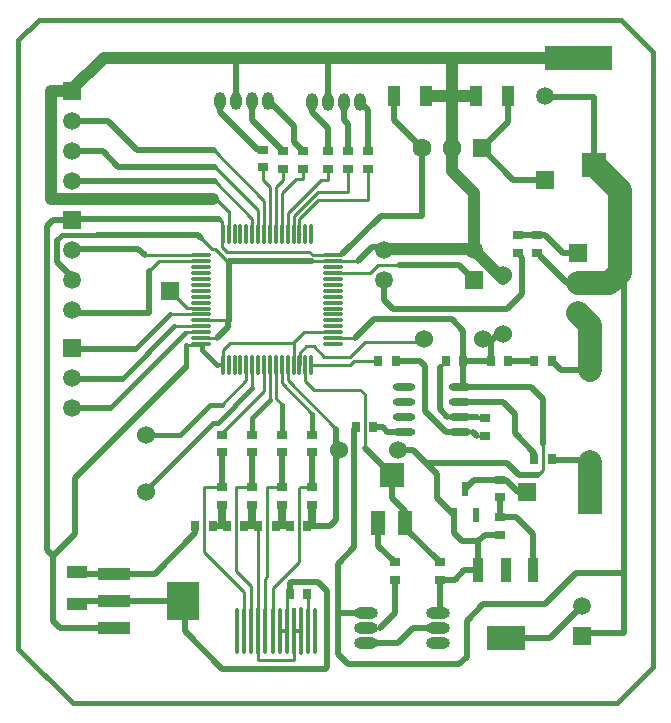
<source format=gtl>
%FSLAX24Y24*%
%MOIN*%
G70*
G01*
G75*
G04 Layer_Physical_Order=1*
G04 Layer_Color=255*
%ADD10O,0.0709X0.0118*%
%ADD11O,0.0118X0.0709*%
%ADD12R,0.0354X0.0276*%
%ADD13R,0.1063X0.1299*%
%ADD14R,0.1063X0.0394*%
%ADD15R,0.0512X0.0787*%
%ADD16R,0.0787X0.0787*%
%ADD17R,0.0276X0.0354*%
%ADD18R,0.0354X0.0827*%
%ADD19R,0.1260X0.0827*%
%ADD20O,0.0748X0.0236*%
%ADD21O,0.0118X0.1575*%
%ADD22R,0.0118X0.1575*%
G04:AMPARAMS|DCode=23|XSize=11.8mil|YSize=157.5mil|CornerRadius=3mil|HoleSize=0mil|Usage=FLASHONLY|Rotation=0.000|XOffset=0mil|YOffset=0mil|HoleType=Round|Shape=RoundedRectangle|*
%AMROUNDEDRECTD23*
21,1,0.0118,0.1516,0,0,0.0*
21,1,0.0059,0.1575,0,0,0.0*
1,1,0.0059,0.0030,-0.0758*
1,1,0.0059,-0.0030,-0.0758*
1,1,0.0059,-0.0030,0.0758*
1,1,0.0059,0.0030,0.0758*
%
%ADD23ROUNDEDRECTD23*%
%ADD24R,0.0236X0.0453*%
%ADD25R,0.0433X0.0669*%
%ADD26R,0.0669X0.0433*%
%ADD27C,0.0276*%
%ADD28C,0.0197*%
%ADD29C,0.0100*%
%ADD30C,0.0394*%
%ADD31C,0.0157*%
%ADD32C,0.0118*%
%ADD33C,0.0787*%
%ADD34C,0.0160*%
%ADD35R,0.0591X0.0591*%
%ADD36C,0.0591*%
%ADD37C,0.0551*%
%ADD38R,0.0591X0.0591*%
%ADD39R,0.0630X0.0630*%
%ADD40C,0.0630*%
%ADD41O,0.0787X0.0394*%
%ADD42O,0.0787X0.0394*%
%ADD43C,0.0600*%
%ADD44O,0.0394X0.0600*%
%ADD45R,0.0630X0.0630*%
D10*
X16811Y38620D02*
D03*
Y38817D02*
D03*
Y39014D02*
D03*
Y39211D02*
D03*
Y39408D02*
D03*
Y39604D02*
D03*
Y39801D02*
D03*
Y39998D02*
D03*
Y40195D02*
D03*
Y40392D02*
D03*
Y40589D02*
D03*
Y40786D02*
D03*
Y40982D02*
D03*
Y41179D02*
D03*
Y41376D02*
D03*
Y41573D02*
D03*
X21181D02*
D03*
Y41376D02*
D03*
Y41179D02*
D03*
Y40982D02*
D03*
Y40786D02*
D03*
Y40589D02*
D03*
Y40392D02*
D03*
Y40195D02*
D03*
Y39998D02*
D03*
Y39801D02*
D03*
Y39604D02*
D03*
Y39408D02*
D03*
Y39211D02*
D03*
Y39014D02*
D03*
Y38817D02*
D03*
Y38620D02*
D03*
D11*
X17520Y42282D02*
D03*
X17717D02*
D03*
X17913D02*
D03*
X18110D02*
D03*
X18307D02*
D03*
X18504D02*
D03*
X18701D02*
D03*
X18898D02*
D03*
X19094D02*
D03*
X19291D02*
D03*
X19488D02*
D03*
X19685D02*
D03*
X19882D02*
D03*
X20079D02*
D03*
X20276D02*
D03*
X20472D02*
D03*
Y37912D02*
D03*
X20276D02*
D03*
X20079D02*
D03*
X19882D02*
D03*
X19685D02*
D03*
X19488D02*
D03*
X19291D02*
D03*
X19094D02*
D03*
X18898D02*
D03*
X18701D02*
D03*
X18504D02*
D03*
X18307D02*
D03*
X18110D02*
D03*
X17913D02*
D03*
X17717D02*
D03*
X17520D02*
D03*
D12*
X22362Y44468D02*
D03*
Y45059D02*
D03*
X18858Y44508D02*
D03*
Y45098D02*
D03*
X19528Y44468D02*
D03*
Y45059D02*
D03*
X20197Y44468D02*
D03*
Y45059D02*
D03*
X21024Y44468D02*
D03*
Y45059D02*
D03*
X21693Y44468D02*
D03*
Y45059D02*
D03*
X23250Y31345D02*
D03*
Y30755D02*
D03*
X26750Y33505D02*
D03*
Y34095D02*
D03*
Y32845D02*
D03*
Y32255D02*
D03*
X24750Y30755D02*
D03*
Y31345D02*
D03*
X28000Y41655D02*
D03*
Y42245D02*
D03*
X27350Y41655D02*
D03*
Y42245D02*
D03*
X26250Y35555D02*
D03*
Y36145D02*
D03*
X17500Y35600D02*
D03*
Y35009D02*
D03*
X18500Y35600D02*
D03*
Y35009D02*
D03*
X17500Y33259D02*
D03*
Y33850D02*
D03*
X18500Y33259D02*
D03*
Y33850D02*
D03*
X19500Y33259D02*
D03*
Y33850D02*
D03*
X20500Y33259D02*
D03*
Y33850D02*
D03*
X19500Y35009D02*
D03*
Y35600D02*
D03*
X20500Y35009D02*
D03*
Y35600D02*
D03*
D13*
X16211Y30050D02*
D03*
D14*
X13889Y29144D02*
D03*
Y30050D02*
D03*
Y30956D02*
D03*
D15*
X22697Y32663D02*
D03*
X23603D02*
D03*
D16*
X23150Y34237D02*
D03*
X29750Y33350D02*
D03*
X28650Y48150D02*
D03*
X29900Y44600D02*
D03*
X30100Y48150D02*
D03*
D17*
X28495Y38050D02*
D03*
X27905D02*
D03*
X22705D02*
D03*
X23295D02*
D03*
X26455D02*
D03*
X27045D02*
D03*
X27905Y34800D02*
D03*
X28495D02*
D03*
X24955Y38050D02*
D03*
X25545D02*
D03*
X21955Y35850D02*
D03*
X22545D02*
D03*
X19755Y32555D02*
D03*
X20345D02*
D03*
X18705D02*
D03*
X19295D02*
D03*
X18245Y32555D02*
D03*
X17655D02*
D03*
X19755Y30300D02*
D03*
X20345D02*
D03*
X16605Y32550D02*
D03*
X17195D02*
D03*
D18*
X27856Y31072D02*
D03*
X26950D02*
D03*
X26044D02*
D03*
D19*
X26950Y28828D02*
D03*
D20*
X23575Y37200D02*
D03*
Y36700D02*
D03*
Y36200D02*
D03*
Y35700D02*
D03*
X25425Y37200D02*
D03*
Y36700D02*
D03*
Y36200D02*
D03*
Y35700D02*
D03*
D21*
X18000Y29050D02*
D03*
X18236D02*
D03*
X18472D02*
D03*
X18945D02*
D03*
X19181D02*
D03*
X19417D02*
D03*
X19654D02*
D03*
X20362D02*
D03*
X20598D02*
D03*
D22*
X18709D02*
D03*
X19890D02*
D03*
D23*
X20126D02*
D03*
D24*
X25600Y33793D02*
D03*
X25974Y32907D02*
D03*
X25226D02*
D03*
D25*
X27032Y46900D02*
D03*
X25968D02*
D03*
X24281D02*
D03*
X23219D02*
D03*
D26*
X12650Y29969D02*
D03*
Y31031D02*
D03*
D27*
X17480Y32628D02*
Y33264D01*
X18500Y32580D02*
Y33259D01*
X19500Y32582D02*
Y33259D01*
X20500Y32709D02*
Y33259D01*
D28*
X17200Y32555D02*
X17638D01*
X18474Y33234D02*
X18500Y33259D01*
X19500D02*
X19528Y33232D01*
Y32555D02*
X19755D01*
X21496Y41614D02*
X22782Y42900D01*
X24150D01*
X23228Y46072D02*
X24150Y45150D01*
X23228Y46072D02*
Y46890D01*
X18491Y46096D02*
X19528Y45059D01*
X18491Y46096D02*
Y46722D01*
X19902Y45354D02*
Y45886D01*
Y45354D02*
X20197Y45059D01*
X19843Y45945D02*
X19902Y45886D01*
X19843Y45945D02*
X19843D01*
X19065Y46722D02*
X19843Y45945D01*
X19016Y46722D02*
X19065D01*
X17966D02*
Y48137D01*
X21037Y46683D02*
Y48137D01*
X17441Y46339D02*
X18681Y45098D01*
X18858D01*
X17441Y46339D02*
Y46722D01*
X20512Y46339D02*
Y46683D01*
Y46339D02*
X21024Y45827D01*
Y45059D02*
Y45827D01*
X21562Y46076D02*
Y46683D01*
Y46076D02*
X21693Y45945D01*
Y45059D02*
Y45945D01*
X22087Y46683D02*
X22362Y46407D01*
Y45059D02*
Y46407D01*
X14675Y45079D02*
X17221D01*
X13704Y46050D02*
X14675Y45079D01*
X12500Y46050D02*
X13704D01*
X14045Y44528D02*
X17272D01*
X13523Y45050D02*
X14045Y44528D01*
X12500Y45050D02*
X13523D01*
X22030Y41380D02*
X22500Y41850D01*
X23400Y41250D02*
X25400D01*
X25900Y40750D01*
X11850Y42750D02*
X12500D01*
X11650Y42550D02*
X11850Y42750D01*
X11650Y31750D02*
Y42550D01*
X12550Y42800D02*
X17400D01*
X27350Y33700D02*
X27650D01*
X26955Y34095D02*
X27350Y33700D01*
X27800Y37200D02*
X28200Y36800D01*
Y35300D02*
Y36800D01*
X27400Y34250D02*
X28035D01*
X27000Y34650D02*
X27400Y34250D01*
X25150Y39450D02*
X25545Y39055D01*
X22551Y39450D02*
X25150D01*
X21921Y38820D02*
X22551Y39450D01*
X25425Y37200D02*
X27800D01*
X27250Y35650D02*
Y36300D01*
X26850Y36700D02*
X27250Y36300D01*
X25425Y36700D02*
X26850D01*
X27250Y35650D02*
X27905Y34995D01*
Y34800D02*
Y34995D01*
X25545Y38050D02*
Y39055D01*
X28250Y42245D02*
X28850Y41650D01*
X27350Y42245D02*
X28250D01*
X28850Y41650D02*
X29350D01*
X26455Y38050D02*
Y38705D01*
X26700Y38950D01*
X28100Y41550D02*
X29000Y40650D01*
X23200Y39800D02*
X27000D01*
X22900Y40100D02*
X23200Y39800D01*
X22900Y40100D02*
Y40750D01*
X27000Y39800D02*
X27500Y40300D01*
X27350Y41650D02*
X27500Y41500D01*
Y40300D02*
Y41450D01*
X23350Y35100D02*
X23850D01*
X24300Y34650D01*
X16700Y42250D02*
X16800Y42150D01*
X13325Y42250D02*
X16700D01*
X17320Y38820D02*
X17700Y39200D01*
Y39411D01*
X12000Y41350D02*
Y42100D01*
Y41350D02*
X12500Y40850D01*
X17720Y39400D02*
Y41380D01*
X24300Y34650D02*
X27000D01*
X26150Y45150D02*
X27200Y44100D01*
X27032Y46031D02*
Y46900D01*
X26150Y45150D02*
X27032Y46031D01*
X29900Y44600D02*
Y46850D01*
X12500Y44050D02*
X17250D01*
X12500Y41800D02*
X14700D01*
X14924Y41576D01*
X12500Y39650D02*
X15050D01*
Y41050D01*
X28545Y34750D02*
X29750D01*
X28800Y37750D02*
X29750D01*
X28500Y38050D02*
X28800Y37750D01*
X25850Y35700D02*
X25995Y35555D01*
X25425Y36200D02*
X26000D01*
X25545Y37320D02*
Y38050D01*
X24750Y36450D02*
X25000Y36200D01*
X24750Y36450D02*
Y37850D01*
X27045Y38050D02*
X27905D01*
X25545D02*
X26455D01*
X24950Y35700D02*
X25425D01*
X24250Y36400D02*
X24950Y35700D01*
X24250Y36400D02*
Y37900D01*
X24100Y38050D02*
X24250Y37900D01*
X23295Y38050D02*
X24100D01*
X22250Y35137D02*
X23150Y34237D01*
X26750Y32845D02*
Y33505D01*
Y32845D02*
X27305D01*
X27856Y32294D01*
Y31072D02*
Y32294D01*
X25902Y34095D02*
X26750D01*
X25600Y33793D02*
X25902Y34095D01*
X26255Y32255D02*
X26750D01*
X26044Y32044D02*
X26255Y32255D01*
X26044Y31072D02*
Y32044D01*
X25506D02*
X26044D01*
X25226Y32324D02*
X25506Y32044D01*
X25226Y32324D02*
Y32907D01*
X26950Y28828D02*
X28428D01*
X29500Y29900D01*
X23150Y33500D02*
Y34237D01*
Y33500D02*
X23603Y33047D01*
Y32493D02*
X24750Y31345D01*
Y30755D02*
X25255D01*
X25572Y31072D01*
X26044D01*
X22697Y31898D02*
Y32663D01*
Y31898D02*
X23250Y31345D01*
X24750Y29750D02*
Y30755D01*
X23250Y29650D02*
Y30755D01*
X22750Y29150D02*
X23250Y29650D01*
X22300Y28650D02*
X23350D01*
X23850Y29150D01*
X24700D01*
X29600Y29000D02*
X30900D01*
X29300Y31000D02*
X30900D01*
X28250Y29950D02*
X29300Y31000D01*
X26200Y29950D02*
X28250D01*
X25650Y29400D02*
X26200Y29950D01*
X25650Y28200D02*
Y29400D01*
X25400Y27950D02*
X25650Y28200D01*
X21700Y27950D02*
X25400D01*
X21350Y28300D02*
X21700Y27950D01*
X21400Y29650D02*
X22300D01*
X30900Y29000D02*
Y31000D01*
Y40650D01*
X22545Y35850D02*
X22850D01*
X23000Y35700D01*
X23575D01*
X20500Y33850D02*
Y35009D01*
X19500Y33850D02*
Y35009D01*
X18500Y33850D02*
Y35009D01*
X17500Y33850D02*
Y35009D01*
X18245Y32555D02*
X18705D01*
X19295D02*
X19500D01*
X12500Y37450D02*
X14150D01*
X19755Y30300D02*
Y30645D01*
X19809Y30700D01*
X20700D01*
X21000Y30400D01*
Y27850D02*
Y30400D01*
X17511Y27800D02*
X20950D01*
X16250Y29061D02*
X17511Y27800D01*
X13889Y30956D02*
X15256D01*
X16605Y32305D01*
Y32550D01*
X12726Y30956D02*
X13889D01*
X12106Y29144D02*
X13889D01*
X11850Y29400D02*
X12106Y29144D01*
X11850Y29400D02*
Y31550D01*
X12600Y32300D01*
Y34150D01*
X16300Y37850D01*
X21350Y28300D02*
Y31300D01*
X21905Y31855D01*
Y35800D01*
X20345Y32555D02*
X21105D01*
X21300Y32750D01*
X24300Y34650D02*
X24650Y34300D01*
Y33483D02*
Y34300D01*
Y33483D02*
X25226Y32907D01*
X13889Y30050D02*
X16211D01*
X16250Y29061D02*
Y30050D01*
X12731D02*
X13889D01*
X12650Y38450D02*
X14600D01*
X17720Y41380D02*
X20480D01*
X27200Y44100D02*
X28248D01*
X22500Y41850D02*
X22800D01*
X24150Y42900D02*
Y45150D01*
X28250Y46898D02*
X28298Y46850D01*
X29900D01*
X11650Y31750D02*
X11850Y31550D01*
X21300Y32750D02*
Y35800D01*
X12650Y36500D02*
X13750D01*
D29*
X19006Y33048D02*
X19007Y33050D01*
X19006Y30846D02*
Y33850D01*
X18945Y30785D02*
X19006Y30846D01*
Y33850D02*
X19500D01*
X18945Y29050D02*
Y30785D01*
X21181Y41376D02*
X22026D01*
X21192Y41581D02*
X21192D01*
X23219Y46900D02*
X23228Y46890D01*
X17953Y48150D02*
X17966Y48137D01*
X20079Y42289D02*
X20083Y42285D01*
X20079Y42289D02*
Y42795D01*
Y42282D02*
Y42289D01*
X22362Y44468D02*
X22362Y44468D01*
Y43425D02*
Y44468D01*
X20709Y43425D02*
X22362D01*
X20079Y42795D02*
X20709Y43425D01*
X21693Y43701D02*
Y44468D01*
Y43701D02*
X21693Y43701D01*
X20709D02*
X21693D01*
X19882Y42874D02*
X20709Y43701D01*
X19882Y42282D02*
Y42874D01*
X21024Y44468D02*
X21024Y44468D01*
Y44094D02*
Y44468D01*
X20787Y44094D02*
X21024D01*
X19685Y42992D02*
X20787Y44094D01*
X19685Y42282D02*
Y42992D01*
X20197Y44134D02*
Y44468D01*
Y44134D02*
X20197Y44134D01*
X19961D02*
X20197D01*
X19488Y43661D02*
X19961Y44134D01*
X19488Y42282D02*
Y43661D01*
X19528Y44094D02*
Y44468D01*
X19291Y43858D02*
X19528Y44094D01*
X19291Y42282D02*
Y43858D01*
X18858Y44094D02*
Y44508D01*
Y44094D02*
X19094Y43858D01*
Y42282D02*
Y43858D01*
X21181Y40982D02*
X22415D01*
X20480Y41380D02*
X21185D01*
X22026Y41376D02*
X22030Y41380D01*
X17221Y45079D02*
X18902Y43398D01*
X17272Y44528D02*
X18705Y43095D01*
X21181Y38817D02*
X21918D01*
X18898Y43394D02*
X18902Y43398D01*
X18898Y42282D02*
Y43394D01*
X18701Y43091D02*
X18705Y43095D01*
X18701Y42282D02*
Y43091D01*
X18504Y42788D02*
X18508Y42792D01*
X18504Y42282D02*
Y42788D01*
X17717Y43026D02*
X17720Y43030D01*
X17717Y42282D02*
Y43026D01*
X14927Y41573D02*
X16811D01*
X15050Y41050D02*
X15380Y41380D01*
X15383Y41376D02*
X16811D01*
X15761Y39604D02*
X16811D01*
X15911Y39211D02*
X16811D01*
X16264Y39014D02*
X16811D01*
X16300Y38600D02*
X16803D01*
X18307Y37415D02*
X18311Y37411D01*
X18307Y37415D02*
Y37912D01*
X18504Y37162D02*
Y37912D01*
X18898Y37056D02*
X18902Y37052D01*
X18898Y37056D02*
Y37912D01*
X19094Y36752D02*
X19098Y36748D01*
X19094Y36752D02*
Y37912D01*
X19291Y36809D02*
X19500Y36600D01*
X19291Y36809D02*
Y37912D01*
X19488Y37312D02*
X20500Y36300D01*
X19488Y37312D02*
Y37912D01*
X19685Y37415D02*
Y37912D01*
X20276Y37374D02*
X20550Y37100D01*
X20276Y37374D02*
Y37912D01*
X17524Y37918D02*
Y38424D01*
X21185Y41589D02*
X21192Y41581D01*
X17511Y41853D02*
Y42689D01*
Y41853D02*
X17665Y41700D01*
X20400D01*
X16815Y38624D02*
Y38625D01*
X16814Y39213D02*
X16815Y39214D01*
X22415Y40982D02*
X22683Y41250D01*
X23400D01*
X12500Y42750D02*
X12550Y42800D01*
X19654Y29050D02*
Y30199D01*
X26750Y34095D02*
X26955D01*
X28200Y34415D02*
Y35300D01*
X28035Y34250D02*
X28200Y34415D01*
X22250Y38700D02*
X24232D01*
X21750Y38200D02*
X22250Y38700D01*
X20900Y38200D02*
X21750D01*
X20550Y38550D02*
X20900Y38200D01*
X20300Y38550D02*
X20550D01*
X20083Y38333D02*
X20300Y38550D01*
X20083Y37915D02*
Y38333D01*
X20217Y39017D02*
X21185D01*
X19850Y38650D02*
X20217Y39017D01*
X17750Y38650D02*
X19850D01*
X17524Y38424D02*
X17750Y38650D01*
X26850Y38950D02*
X26950Y39050D01*
X26700Y38950D02*
X26850D01*
X27300Y41650D02*
X27500Y41450D01*
X29000Y40650D02*
X29350D01*
X20524Y41576D02*
X21185D01*
X16800Y42150D02*
X17150Y41800D01*
X19886Y37915D02*
Y38614D01*
X16815Y38820D02*
X17320D01*
X12500Y40750D02*
Y40850D01*
X16815Y39411D02*
X17700D01*
X17512Y48112D02*
X17550Y48150D01*
X16345Y39805D02*
X16815D01*
X15650Y40500D02*
X16345Y39805D01*
X15650Y40500D02*
Y40600D01*
X28550Y48350D02*
X28650Y48250D01*
X28000Y42245D02*
X28200D01*
X17250Y44050D02*
X18508Y42792D01*
X12450Y42850D02*
Y42900D01*
X22800Y41850D02*
X22900Y41800D01*
X28495Y34800D02*
X28545Y34750D01*
X25425Y35700D02*
X25850D01*
X26000Y36200D02*
X26055Y36145D01*
X25000Y36200D02*
X25425D01*
X24750Y37850D02*
X24950Y38050D01*
X17475Y48075D02*
X17550Y48150D01*
X21900Y38050D02*
X22705D01*
X21765Y37915D02*
X21900Y38050D01*
X20489Y37915D02*
X21765D01*
X30400Y40650D02*
X30900D01*
X22100Y37100D02*
X22250Y36950D01*
Y35137D02*
Y36950D01*
X23603Y32493D02*
Y32663D01*
Y33047D01*
X24700Y29700D02*
X24750Y29750D01*
X22300Y29150D02*
X22750D01*
X17500Y35650D02*
X18902Y37052D01*
X17500Y35600D02*
Y35650D01*
X20345Y32555D02*
X20500Y32709D01*
X20100Y33850D02*
X20500D01*
X20050Y33800D02*
X20100Y33850D01*
X20050Y31350D02*
Y33800D01*
X19181Y30481D02*
X20050Y31350D01*
X19181Y29050D02*
Y30481D01*
X17957Y31057D02*
X18472Y30543D01*
Y29050D02*
Y30543D01*
X18236Y29050D02*
Y30364D01*
X16900Y31700D02*
X18236Y30364D01*
X16900Y31700D02*
Y33850D01*
X17500D01*
X20362Y29050D02*
Y30283D01*
X20345Y30300D02*
X20362Y30283D01*
X19654Y30199D02*
X19755Y30300D01*
X20126Y29050D02*
X20126Y29050D01*
X19890Y28090D02*
Y29050D01*
X18709Y28090D02*
Y29050D01*
Y28090D02*
X19890D01*
X18705Y29054D02*
Y32555D01*
X20950Y27800D02*
X21000Y27850D01*
X12650Y31031D02*
X12726Y30956D01*
X12650Y29969D02*
X12731Y30050D01*
X26055Y36145D02*
X26250D01*
X25995Y35555D02*
X26250D01*
X12500Y36350D02*
X12650Y36500D01*
X12550Y38350D02*
X12650Y38450D01*
X17200Y43450D02*
X17300D01*
X17500Y36600D02*
X18311Y37411D01*
X14950Y33700D02*
Y33750D01*
X17150Y41800D02*
X17250D01*
X17670Y41380D01*
X17720D01*
X20400Y41700D02*
X20524Y41576D01*
X20550Y37100D02*
X22100D01*
X19685Y37415D02*
X21300Y35800D01*
X17957Y31057D02*
Y33850D01*
X18500D01*
D30*
X17953Y48150D02*
X28650D01*
X17550D02*
X17953D01*
X22900Y41800D02*
X25900D01*
Y41750D02*
X26850Y40800D01*
X25150Y46900D02*
Y48100D01*
Y46900D02*
X25968D01*
X24281D02*
X25150D01*
X25900Y41800D02*
Y43650D01*
X25150Y44400D02*
X25900Y43650D01*
X25150Y44400D02*
Y45150D01*
Y46900D01*
X12475Y47075D02*
X13550Y48150D01*
X17550D01*
X11800Y47050D02*
X12500D01*
X11800Y43450D02*
Y47050D01*
Y43450D02*
X17200D01*
D31*
X14600Y38450D02*
X15758Y39608D01*
X14150Y37450D02*
X15911Y39211D01*
X16815Y38435D02*
Y38611D01*
X17350Y36000D02*
X18508Y37158D01*
X16815Y38435D02*
X17332Y37918D01*
X12150Y42250D02*
X13325D01*
X12000Y42100D02*
X12150Y42250D01*
X20500Y35600D02*
Y36300D01*
X19500Y35600D02*
Y36600D01*
X18500Y36150D02*
X19098Y36748D01*
X18500Y35600D02*
Y36150D01*
X16300Y37850D02*
Y38600D01*
X14950Y33750D02*
X17200Y36000D01*
X17350D01*
X14950Y35600D02*
X16100D01*
X17100Y36600D01*
X17500D01*
X13750Y36500D02*
X16250Y39000D01*
D32*
X17332Y37918D02*
X17524D01*
X17400Y42800D02*
X17511Y42689D01*
X19417Y29050D02*
X19654D01*
X19890Y29050D02*
X20126D01*
X17300Y43450D02*
X17720Y43030D01*
D33*
X29900Y44600D02*
X30750Y43750D01*
Y41000D02*
Y43750D01*
X30400Y40650D02*
X30750Y41000D01*
X29350Y39650D02*
X29750Y39250D01*
Y33350D02*
Y34700D01*
X28650Y48150D02*
X30100D01*
X29750Y37750D02*
Y39250D01*
X29350Y40650D02*
X30400D01*
D34*
X10709Y48743D02*
X11389Y49423D01*
X10709Y48614D02*
Y48743D01*
Y48614D02*
Y48706D01*
Y28463D02*
Y48614D01*
Y28463D02*
X12532Y26640D01*
X30649D01*
X31870Y27861D01*
Y48359D01*
X30806Y49423D02*
X31870Y48359D01*
X11389Y49423D02*
X30806D01*
D35*
X25900Y40750D02*
D03*
X27650Y33700D02*
D03*
X15750Y40400D02*
D03*
D36*
X25900Y41750D02*
D03*
X22900Y40750D02*
D03*
Y41750D02*
D03*
X12500Y36500D02*
D03*
Y37500D02*
D03*
X29500Y29900D02*
D03*
X12500Y41750D02*
D03*
Y40750D02*
D03*
Y39750D02*
D03*
X28250Y46898D02*
D03*
X12500Y46050D02*
D03*
Y45050D02*
D03*
Y44050D02*
D03*
D37*
X29750Y34750D02*
D03*
Y37750D02*
D03*
D38*
X12500Y38500D02*
D03*
X29500Y28900D02*
D03*
X12500Y42750D02*
D03*
X28250Y44102D02*
D03*
X12500Y47050D02*
D03*
D39*
X26150Y45150D02*
D03*
D40*
X25150D02*
D03*
X24150D02*
D03*
X29350Y40650D02*
D03*
Y39650D02*
D03*
D41*
X22300Y28650D02*
D03*
X24700Y29650D02*
D03*
D42*
X22300Y29150D02*
D03*
Y29650D02*
D03*
X24700Y29150D02*
D03*
Y28650D02*
D03*
D43*
X24232Y38800D02*
D03*
X26200D02*
D03*
X26850Y40918D02*
D03*
Y38950D02*
D03*
X21381Y35100D02*
D03*
X23350D02*
D03*
X14950Y33679D02*
D03*
Y35600D02*
D03*
D44*
X17441Y46722D02*
D03*
X17966D02*
D03*
X18491D02*
D03*
X19016D02*
D03*
X20512Y46683D02*
D03*
X21037D02*
D03*
X21562D02*
D03*
X22087D02*
D03*
D45*
X29350Y41650D02*
D03*
M02*

</source>
